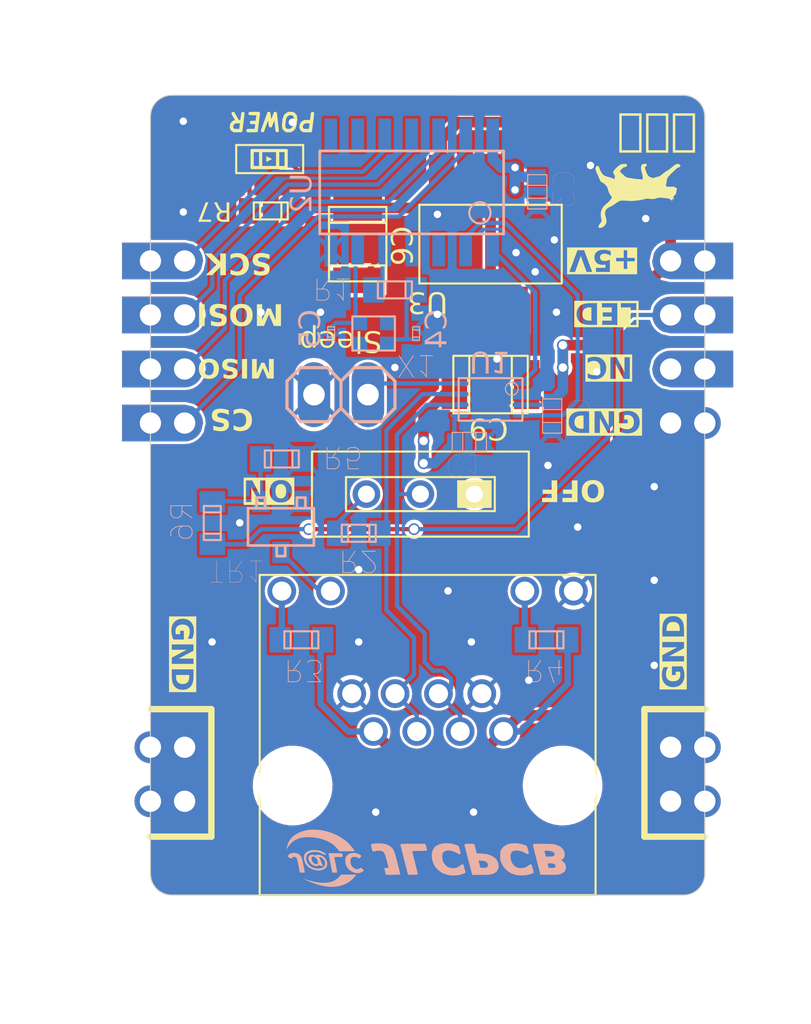
<source format=kicad_pcb>
(kicad_pcb (version 20221018) (generator pcbnew)
  (layers (0 "F.Cu" signal) (31 "B.Cu" signal) (34 "B.Paste" user) (35 "F.Paste" user) (36 "B.SilkS" user "B.Silkscreen") (37 "F.SilkS" user "F.Silkscreen") (38 "B.Mask" user) (39 "F.Mask" user) (44 "Edge.Cuts" user))
  (net 0 "")
  (net 1 "CAN_H")
  (net 2 "CAN_L")
  (net 3 "N$27")
  (net 4 "N$28")
  (net 5 "+3V3")
  (net 6 "N$23")
  (net 7 "MISO")
  (net 8 "MOSI")
  (net 9 "SCK")
  (net 10 "CS")
  (net 11 "N$39")
  (net 12 "N$42")
  (net 13 "+5V")
  (net 14 "N$38")
  (net 15 "N$68")
  (net 16 "SGND")
  (net 17 "N$51")
  (net 18 "N$69")
  (net 19 "N$71")
  (net 20 "N$74")
  (net 21 "COM_LED")
  (net 22 "N$1")
  (footprint "CANFD_module:PINHEAD_2_RASPICO" (layer "F.Cu") (at 137.0711 118.1236 90)
    (fp_text reference "JP5" hide)
    (fp_text value "PINHEAD(2)_RASPICO")
    (pad "PIN1" thru_hole circle (at -1.27 0 90) (size 1.5 1.5) (drill 1) (layers "*.Cu" "*.Mask") (net 16 "SGND"))
    (pad "PIN1_" thru_hole circle (at -1.27 -1.61 90) (size 1.5 1.5) (drill 1) (layers "*.Cu" "*.Mask") (net 16 "SGND"))
    (pad "PIN2" thru_hole circle (at 1.27 0 90) (size 1.5 1.5) (drill 1) (layers "*.Cu" "*.Mask") (net 16 "SGND"))
    (pad "PIN2_" thru_hole circle (at 1.27 -1.61 90) (size 1.5 1.5) (drill 1) (layers "*.Cu" "*.Mask") (net 16 "SGND"))
  )
  (footprint "CANFD_module:3225M" (layer "F.Cu") (at 151.4611 99.8036)
    (fp_text reference "C9" hide)
    (fp_text value "GRM32ER71E226KE15")
    (pad "L" smd rect (at -1.7 0) (size 1.2 2.3) (layers "F.Cu" "F.Paste" "F.Mask") (net 5 "+3V3"))
    (pad "R" smd rect (at 1.7 0) (size 1.2 2.3) (layers "F.Cu" "F.Paste" "F.Mask") (net 16 "SGND"))
  )
  (footprint "CANFD_module:1X04" (layer "F.Cu") (at 159.9311 97.8036 -90)
    (fp_text reference "JP2" hide)
    (fp_text value "PINHEAD(4)_RASPICO")
    (fp_poly (pts (xy -2.9465 0.007155) (xy -3.029718 0.371756) (xy -3.134575 0.538634) (xy -3.271366 0.675425) (xy -3.435167 0.778349) (xy -3.617763 0.842242) (xy -3.813611 0.864309) (xy -4.181756 0.780282) (xy -4.348634 0.675425) (xy -4.485425 0.538634) (xy -4.588349 0.374833) (xy -4.652242 0.192237) (xy -4.6735 0.003566) (xy -4.6735 -2.9435) (xy -2.9465 -2.9435)) (fill solid) (layer "F.Cu"))
    (fp_poly (pts (xy -0.4065 0.007155) (xy -0.489718 0.371756) (xy -0.594575 0.538634) (xy -0.731366 0.675425) (xy -0.895167 0.778349) (xy -1.077763 0.842242) (xy -1.273611 0.864309) (xy -1.641756 0.780282) (xy -1.808634 0.675425) (xy -1.945425 0.538634) (xy -2.048349 0.374833) (xy -2.112242 0.192237) (xy -2.1335 0.003566) (xy -2.1335 -2.9435) (xy -0.4065 -2.9435)) (fill solid) (layer "F.Cu"))
    (fp_poly (pts (xy 2.1335 0.007155) (xy 2.050282 0.371756) (xy 1.945425 0.538634) (xy 1.808634 0.675425) (xy 1.644833 0.778349) (xy 1.462237 0.842242) (xy 1.266389 0.864309) (xy 0.898244 0.780282) (xy 0.731366 0.675425) (xy 0.594575 0.538634) (xy 0.491651 0.374833) (xy 0.427758 0.192237) (xy 0.4065 0.003566) (xy 0.4065 -2.9435) (xy 2.1335 -2.9435)) (fill solid) (layer "F.Cu"))
    (fp_poly (pts (xy -2.9465 0.007155) (xy -3.029718 0.371756) (xy -3.134575 0.538634) (xy -3.271366 0.675425) (xy -3.435167 0.778349) (xy -3.617763 0.842242) (xy -3.813611 0.864309) (xy -4.181756 0.780282) (xy -4.348634 0.675425) (xy -4.485425 0.538634) (xy -4.588349 0.374833) (xy -4.652242 0.192237) (xy -4.6735 0.003566) (xy -4.6735 -2.9435) (xy -2.9465 -2.9435)) (fill solid) (layer "B.Cu"))
    (fp_poly (pts (xy -0.4065 0.007155) (xy -0.489718 0.371756) (xy -0.594575 0.538634) (xy -0.731366 0.675425) (xy -0.895167 0.778349) (xy -1.077763 0.842242) (xy -1.273611 0.864309) (xy -1.641756 0.780282) (xy -1.808634 0.675425) (xy -1.945425 0.538634) (xy -2.048349 0.374833) (xy -2.112242 0.192237) (xy -2.1335 0.003566) (xy -2.1335 -2.9435) (xy -0.4065 -2.9435)) (fill solid) (layer "B.Cu"))
    (fp_poly (pts (xy 2.1335 0.007155) (xy 2.050282 0.371756) (xy 1.945425 0.538634) (xy 1.808634 0.675425) (xy 1.644833 0.778349) (xy 1.462237 0.842242) (xy 1.266389 0.864309) (xy 0.898244 0.780282) (xy 0.731366 0.675425) (xy 0.594575 0.538634) (xy 0.491651 0.374833) (xy 0.427758 0.192237) (xy 0.4065 0.003566) (xy 0.4065 -2.9435) (xy 2.1335 -2.9435)) (fill solid) (layer "B.Cu"))
    (pad "PIN1" thru_hole circle (at -3.81 0 270) (size 1.5 1.5) (drill 1) (layers "*.Cu" "*.Mask") (net 13 "+5V"))
    (pad "PIN1_" thru_hole circle (at -3.81 -1.61 270) (size 1.5 1.5) (drill 1) (layers "*.Cu" "*.Mask") (net 13 "+5V"))
    (pad "PIN2" thru_hole circle (at -1.27 0 270) (size 1.5 1.5) (drill 1) (layers "*.Cu" "*.Mask") (net 21 "COM_LED"))
    (pad "PIN2_" thru_hole circle (at -1.27 -1.61 270) (size 1.5 1.5) (drill 1) (layers "*.Cu" "*.Mask") (net 21 "COM_LED"))
    (pad "PIN3" thru_hole circle (at 1.27 0 270) (size 1.5 1.5) (drill 1) (layers "*.Cu" "*.Mask"))
    (pad "PIN3_" thru_hole circle (at 1.27 -1.61 270) (size 1.5 1.5) (drill 1) (layers "*.Cu" "*.Mask"))
    (pad "PIN4" thru_hole circle (at 3.81 0 270) (size 1.5 1.5) (drill 1) (layers "*.Cu" "*.Mask") (net 16 "SGND"))
    (pad "PIN4_" thru_hole circle (at 3.81 -1.61 270) (size 1.5 1.5) (drill 1) (layers "*.Cu" "*.Mask") (net 16 "SGND"))
  )
  (footprint "CANFD_module:AZ1117C" (layer "F.Cu") (at 151.4611 93.2036 180)
    (fp_text reference "U3" hide)
    (fp_text value "AZ1117CH-3.3TRG1" hide)
    (pad "GND" smd rect (at -2.3 3.1 180) (size 1.2 2.2) (layers "F.Cu" "F.Paste" "F.Mask") (net 16 "SGND"))
    (pad "INPUT" smd rect (at 2.3 3.1 180) (size 1.2 2.2) (layers "F.Cu" "F.Paste" "F.Mask") (net 13 "+5V"))
    (pad "OUTPUT" smd rect (at 0 3.1 180) (size 1.2 2.2) (layers "F.Cu" "F.Paste" "F.Mask") (net 5 "+3V3"))
    (pad "VOUT" smd rect (at 0 -3.1 180) (size 3.5 2.2) (layers "F.Cu" "F.Paste" "F.Mask") (net 5 "+3V3"))
  )
  (footprint "CANFD_module:CR0603" (layer "F.Cu") (at 141.1224 91.6432)
    (fp_text reference "R7" hide)
    (fp_text value "150")
    (pad "LEFT" smd rect (at -1 0) (size 1 1.2) (layers "F.Cu" "F.Paste" "F.Mask") (net 22 "N$1"))
    (pad "RIGHT" smd rect (at 1 0) (size 1 1.2) (layers "F.Cu" "F.Paste" "F.Mask") (net 13 "+5V"))
  )
  (footprint "CANFD_module:1X04" (layer "F.Cu") (at 137.0711 97.8036 90)
    (fp_text reference "JP3" hide)
    (fp_text value "PINHEAD(4)_RASPICO")
    (fp_poly (pts (xy -2.9465 0.007155) (xy -3.029718 0.371756) (xy -3.134575 0.538634) (xy -3.271366 0.675425) (xy -3.435167 0.778349) (xy -3.617763 0.842242) (xy -3.813611 0.864309) (xy -4.181756 0.780282) (xy -4.348634 0.675425) (xy -4.485425 0.538634) (xy -4.588349 0.374833) (xy -4.652242 0.192237) (xy -4.6735 0.003566) (xy -4.6735 -2.9435) (xy -2.9465 -2.9435)) (fill solid) (layer "F.Cu"))
    (fp_poly (pts (xy -0.4065 0.007155) (xy -0.489718 0.371756) (xy -0.594575 0.538634) (xy -0.731366 0.675425) (xy -0.895167 0.778349) (xy -1.077763 0.842242) (xy -1.273611 0.864309) (xy -1.641756 0.780282) (xy -1.808634 0.675425) (xy -1.945425 0.538634) (xy -2.048349 0.374833) (xy -2.112242 0.192237) (xy -2.1335 0.003566) (xy -2.1335 -2.9435) (xy -0.4065 -2.9435)) (fill solid) (layer "F.Cu"))
    (fp_poly (pts (xy 2.1335 0.007155) (xy 2.050282 0.371756) (xy 1.945425 0.538634) (xy 1.808634 0.675425) (xy 1.644833 0.778349) (xy 1.462237 0.842242) (xy 1.266389 0.864309) (xy 0.898244 0.780282) (xy 0.731366 0.675425) (xy 0.594575 0.538634) (xy 0.491651 0.374833) (xy 0.427758 0.192237) (xy 0.4065 0.003566) (xy 0.4065 -2.9435) (xy 2.1335 -2.9435)) (fill solid) (layer "F.Cu"))
    (fp_poly (pts (xy 4.6735 0.007155) (xy 4.590282 0.371756) (xy 4.485425 0.538634) (xy 4.348634 0.675425) (xy 4.184833 0.778349) (xy 4.002237 0.842242) (xy 3.806389 0.864309) (xy 3.438244 0.780282) (xy 3.271366 0.675425) (xy 3.134575 0.538634) (xy 3.031651 0.374833) (xy 2.967758 0.192237) (xy 2.9465 0.003566) (xy 2.9465 -2.9435) (xy 4.6735 -2.9435)) (fill solid) (layer "F.Cu"))
    (fp_poly (pts (xy -2.9465 0.007155) (xy -3.029718 0.371756) (xy -3.134575 0.538634) (xy -3.271366 0.675425) (xy -3.435167 0.778349) (xy -3.617763 0.842242) (xy -3.813611 0.864309) (xy -4.181756 0.780282) (xy -4.348634 0.675425) (xy -4.485425 0.538634) (xy -4.588349 0.374833) (xy -4.652242 0.192237) (xy -4.6735 0.003566) (xy -4.6735 -2.9435) (xy -2.9465 -2.9435)) (fill solid) (layer "B.Cu"))
    (fp_poly (pts (xy -0.4065 0.007155) (xy -0.489718 0.371756) (xy -0.594575 0.538634) (xy -0.731366 0.675425) (xy -0.895167 0.778349) (xy -1.077763 0.842242) (xy -1.273611 0.864309) (xy -1.641756 0.780282) (xy -1.808634 0.675425) (xy -1.945425 0.538634) (xy -2.048349 0.374833) (xy -2.112242 0.192237) (xy -2.1335 0.003566) (xy -2.1335 -2.9435) (xy -0.4065 -2.9435)) (fill solid) (layer "B.Cu"))
    (fp_poly (pts (xy 2.1335 0.007155) (xy 2.050282 0.371756) (xy 1.945425 0.538634) (xy 1.808634 0.675425) (xy 1.644833 0.778349) (xy 1.462237 0.842242) (xy 1.266389 0.864309) (xy 0.898244 0.780282) (xy 0.731366 0.675425) (xy 0.594575 0.538634) (xy 0.491651 0.374833) (xy 0.427758 0.192237) (xy 0.4065 0.003566) (xy 0.4065 -2.9435) (xy 2.1335 -2.9435)) (fill solid) (layer "B.Cu"))
    (fp_poly (pts (xy 4.6735 0.007155) (xy 4.590282 0.371756) (xy 4.485425 0.538634) (xy 4.348634 0.675425) (xy 4.184833 0.778349) (xy 4.002237 0.842242) (xy 3.806389 0.864309) (xy 3.438244 0.780282) (xy 3.271366 0.675425) (xy 3.134575 0.538634) (xy 3.031651 0.374833) (xy 2.967758 0.192237) (xy 2.9465 0.003566) (xy 2.9465 -2.9435) (xy 4.6735 -2.9435)) (fill solid) (layer "B.Cu"))
    (pad "PIN1" thru_hole circle (at -3.81 0 90) (size 1.5 1.5) (drill 1) (layers "*.Cu" "*.Mask") (net 10 "CS"))
    (pad "PIN1_" thru_hole circle (at -3.81 -1.61 90) (size 1.5 1.5) (drill 1) (layers "*.Cu" "*.Mask") (net 10 "CS"))
    (pad "PIN2" thru_hole circle (at -1.27 0 90) (size 1.5 1.5) (drill 1) (layers "*.Cu" "*.Mask") (net 7 "MISO"))
    (pad "PIN2_" thru_hole circle (at -1.27 -1.61 90) (size 1.5 1.5) (drill 1) (layers "*.Cu" "*.Mask") (net 7 "MISO"))
    (pad "PIN3" thru_hole circle (at 1.27 0 90) (size 1.5 1.5) (drill 1) (layers "*.Cu" "*.Mask") (net 8 "MOSI"))
    (pad "PIN3_" thru_hole circle (at 1.27 -1.61 90) (size 1.5 1.5) (drill 1) (layers "*.Cu" "*.Mask") (net 8 "MOSI"))
    (pad "PIN4" thru_hole circle (at 3.81 0 90) (size 1.5 1.5) (drill 1) (layers "*.Cu" "*.Mask") (net 9 "SCK"))
    (pad "PIN4_" thru_hole circle (at 3.81 -1.61 90) (size 1.5 1.5) (drill 1) (layers "*.Cu" "*.Mask") (net 9 "SCK"))
  )
  (footprint "CANFD_module:SS-12SDP2" (layer "F.Cu") (at 148.1611 104.9536 180)
    (fp_text reference "SW1" hide)
    (fp_text value "SS-12SDP2")
    (pad "C" thru_hole circle (at 0 0 180) (size 1.3 1.3) (drill 0.8) (layers "*.Cu" "*.Mask") (net 2 "CAN_L"))
    (pad "L" thru_hole circle (at -2.54 0 180) (size 1.3 1.3) (drill 0.8) (layers "*.Cu" "*.Mask"))
    (pad "R" thru_hole circle (at 2.54 0 180) (size 1.3 1.3) (drill 0.8) (layers "*.Cu" "*.Mask") (net 6 "N$23"))
  )
  (footprint "CANFD_module:MTJ-88ARX1-LH" (layer "F.Cu") (at 142.1511 118.6536)
    (fp_text reference "RJ45_1" hide)
    (fp_text value "MTJ-88ARX1-LH" hide)
    (pad "" np_thru_hole circle (at 0 0) (size 3.25 3.25) (drill 3.25) (layers "*.Cu" "*.Mask"))
    (pad "" np_thru_hole circle (at 12.7 0) (size 3.25 3.25) (drill 3.25) (layers "*.Cu" "*.Mask"))
    (pad "1" thru_hole circle (at 9.92 -2.54) (size 1.35 1.35) (drill 0.9) (layers "*.Cu" "*.Mask") (net 13 "+5V"))
    (pad "2" thru_hole circle (at 8.9 -4.32) (size 1.35 1.35) (drill 0.9) (layers "*.Cu" "*.Mask") (net 16 "SGND"))
    (pad "3" thru_hole circle (at 7.88 -2.54) (size 1.35 1.35) (drill 0.9) (layers "*.Cu" "*.Mask") (net 2 "CAN_L"))
    (pad "4" thru_hole circle (at 6.86 -4.32) (size 1.35 1.35) (drill 0.9) (layers "*.Cu" "*.Mask") (net 2 "CAN_L"))
    (pad "5" thru_hole circle (at 5.84 -2.54) (size 1.35 1.35) (drill 0.9) (layers "*.Cu" "*.Mask") (net 1 "CAN_H"))
    (pad "6" thru_hole circle (at 4.82 -4.32) (size 1.35 1.35) (drill 0.9) (layers "*.Cu" "*.Mask") (net 1 "CAN_H"))
    (pad "7" thru_hole circle (at 3.8 -2.54) (size 1.35 1.35) (drill 0.9) (layers "*.Cu" "*.Mask") (net 13 "+5V"))
    (pad "8" thru_hole circle (at 2.78 -4.32) (size 1.35 1.35) (drill 0.9) (layers "*.Cu" "*.Mask") (net 16 "SGND"))
    (pad "LED1_A" thru_hole circle (at -0.51 -9.14) (size 1.35 1.35) (drill 0.9) (layers "*.Cu" "*.Mask") (net 18 "N$69"))
    (pad "LED1_K" thru_hole circle (at 1.78 -9.14) (size 1.35 1.35) (drill 0.9) (layers "*.Cu" "*.Mask") (net 19 "N$71"))
    (pad "LED2_A" thru_hole circle (at 10.92 -9.14) (size 1.35 1.35) (drill 0.9) (layers "*.Cu" "*.Mask") (net 17 "N$51"))
    (pad "LED2_K" thru_hole circle (at 13.21 -9.14) (size 1.35 1.35) (drill 0.9) (layers "*.Cu" "*.Mask") (net 16 "SGND"))
  )
  (footprint "CANFD_module:hinyata" (layer "F.Cu") (at 158.3944 90.932 180)
    (fp_text reference "G***" hide)
    (fp_text value "LOGO" hide)
  )
  (footprint "CANFD_module:PINHEAD_2_RASPICO" (layer "F.Cu") (at 159.9311 118.1236 -90)
    (fp_text reference "JP4" hide)
    (fp_text value "PINHEAD(2)_RASPICO")
    (pad "PIN1" thru_hole circle (at -1.27 0 270) (size 1.5 1.5) (drill 1) (layers "*.Cu" "*.Mask") (net 16 "SGND"))
    (pad "PIN1_" thru_hole circle (at -1.27 -1.61 270) (size 1.5 1.5) (drill 1) (layers "*.Cu" "*.Mask") (net 16 "SGND"))
    (pad "PIN2" thru_hole circle (at 1.27 0 270) (size 1.5 1.5) (drill 1) (layers "*.Cu" "*.Mask" "Eco1.User") (net 16 "SGND"))
    (pad "PIN2_" thru_hole circle (at 1.27 -1.61 270) (size 1.5 1.5) (drill 1) (layers "*.Cu" "*.Mask") (net 16 "SGND"))
  )
  (footprint "CANFD_module:SML-E12V8WT86" (layer "F.Cu") (at 141.8711 89.2048 90)
    (fp_text reference "POWER" (at 1.778 -2.7807 180 unlocked) (layer "F.SilkS" knockout) (effects (font (size 0.8 0.8) (thickness 0.16) bold italic) (justify right)))
    (fp_text value "SML-E12V8WT86" hide)
    (pad "A" smd rect (at 0 -1.65 90) (size 0.8 0.8) (layers "F.Cu" "F.Paste" "F.Mask") (net 22 "N$1"))
    (pad "K" smd rect (at 0 0 90) (size 0.8 0.8) (layers "F.Cu" "F.Paste" "F.Mask") (net 16 "SGND"))
  )
  (footprint "CANFD_module:3225M" (layer "F.Cu") (at 145.2111 93.2036 -90)
    (fp_text reference "C6" hide)
    (fp_text value "GRM32ER71E226KE15" hide)
    (pad "L" smd rect (at -1.7 0 270) (size 1.2 2.3) (layers "F.Cu" "F.Paste" "F.Mask") (net 13 "+5V"))
    (pad "R" smd rect (at 1.7 0 270) (size 1.2 2.3) (layers "F.Cu" "F.Paste" "F.Mask") (net 16 "SGND"))
  )
  (footprint "CANFD_module:CR0603" (layer "B.Cu") (at 141.6411 103.3036 180)
    (fp_text reference "R5" hide)
    (fp_text value "R5" (at -1.8689 0.078 180 unlocked) (layer "B.SilkS") (effects (font (thickness 0.0368)) (justify left mirror)))
    (pad "LEFT" smd rect (at -1 0 180) (size 1 1.2) (layers "B.Cu" "B.Paste" "B.Mask") (net 16 "SGND"))
    (pad "RIGHT" smd rect (at 1 0 180) (size 1 1.2) (layers "B.Cu" "B.Paste" "B.Mask") (net 20 "N$74"))
  )
  (footprint "CANFD_module:MCP2558FD" (layer "B.Cu") (at 151.4611 100.5036 -90)
    (fp_text reference "U$1" hide)
    (fp_text value "MCP2558FD" hide)
    (pad "CANH" smd roundrect (at -0.25 1.45 270) (size 0.25 0.85) (layers "B.Cu" "B.Paste" "B.Mask") (roundrect_rratio 0.5) (net 1 "CAN_H"))
    (pad "CANL" smd roundrect (at 0.25 1.45 270) (size 0.25 0.85) (layers "B.Cu" "B.Paste" "B.Mask") (roundrect_rratio 0.5) (net 2 "CAN_L"))
    (pad "EP" smd rect (at 0 0 270) (size 1.65 1.8) (layers "B.Cu" "B.Paste" "B.Mask") (net 16 "SGND"))
    (pad "RXD" smd roundrect (at 0.75 -1.45 270) (size 0.25 0.85) (layers "B.Cu" "B.Paste" "B.Mask") (roundrect_rratio 0.5) (net 4 "N$28"))
    (pad "S" smd roundrect (at -0.75 1.45 270) (size 0.25 0.85) (layers "B.Cu" "B.Paste" "B.Mask") (roundrect_rratio 0.5) (net 15 "N$68"))
    (pad "TXD" smd roundrect (at -0.75 -1.45 270) (size 0.25 0.85) (layers "B.Cu" "B.Paste" "B.Mask") (roundrect_rratio 0.5) (net 3 "N$27"))
    (pad "VDD" smd roundrect (at 0.25 -1.45 270) (size 0.25 0.85) (layers "B.Cu" "B.Paste" "B.Mask") (roundrect_rratio 0.5) (net 13 "+5V"))
    (pad "VIO" smd roundrect (at 0.75 1.45 270) (size 0.25 0.85) (layers "B.Cu" "B.Paste" "B.Mask") (roundrect_rratio 0.5) (net 5 "+3V3"))
    (pad "VSS" smd roundrect (at -0.25 -1.45 270) (size 0.25 0.85) (layers "B.Cu" "B.Paste" "B.Mask") (roundrect_rratio 0.5) (net 16 "SGND"))
  )
  (footprint "CANFD_module:CR0603" (layer "B.Cu") (at 138.3711 106.3136 -90)
    (fp_text reference "R6" hide)
    (fp_text value "R6" (at 0.9252 1.4143 90 unlocked) (layer "B.SilkS") (effects (font (thickness 0.0368)) (justify right mirror)))
    (pad "LEFT" smd rect (at -1 0 270) (size 1 1.2) (layers "B.Cu" "B.Paste" "B.Mask") (net 20 "N$74"))
    (pad "RIGHT" smd rect (at 1 0 270) (size 1 1.2) (layers "B.Cu" "B.Paste" "B.Mask") (net 21 "COM_LED"))
  )
  (footprint "CANFD_module:GRM0335C1H120GA01" (layer "B.Cu") (at 143.9611 97.4036 -90)
    (fp_text reference "C5" hide)
    (fp_text value "GRM0335C1H6R0BA01D" hide)
    (pad "1" smd rect (at -0.275 0 270) (size 0.25 0.3) (layers "B.Cu" "B.Paste" "B.Mask") (net 11 "N$39"))
    (pad "2" smd rect (at 0.275 0 270) (size 0.25 0.3) (layers "B.Cu" "B.Paste" "B.Mask") (net 16 "SGND"))
  )
  (footprint "CANFD_module:MCP2517FD" (layer "B.Cu") (at 151.5611 93.4736 180)
    (fp_text reference "U2" hide)
    (fp_text value "MCP2517FD" hide)
    (pad "CLKO/SOF" smd rect (at 2.54 0 180) (size 0.6 1.55) (layers "B.Cu" "B.Paste" "B.Mask"))
    (pad "INT" smd rect (at 3.81 0 180) (size 0.6 1.55) (layers "B.Cu" "B.Paste" "B.Mask"))
    (pad "INT0/GPIO0" smd rect (at 6.35 5.4 180) (size 0.6 1.55) (layers "B.Cu" "B.Paste" "B.Mask"))
    (pad "INT1/GPIO1" smd rect (at 7.62 5.4 180) (size 0.6 1.55) (layers "B.Cu" "B.Paste" "B.Mask"))
    (pad "NCS" smd rect (at 1.27 5.4 180) (size 0.6 1.55) (layers "B.Cu" "B.Paste" "B.Mask") (net 10 "CS"))
    (pad "OSC1" smd rect (at 6.35 0 180) (size 0.6 1.55) (layers "B.Cu" "B.Paste" "B.Mask") (net 11 "N$39"))
    (pad "OSC2" smd rect (at 5.08 0 180) (size 0.6 1.55) (layers "B.Cu" "B.Paste" "B.Mask") (net 14 "N$38"))
    (pad "RXCAN" smd rect (at 1.27 0 180) (size 0.6 1.55) (layers "B.Cu" "B.Paste" "B.Mask") (net 4 "N$28"))
    (pad "SCK" smd rect (at 5.08 5.4 180) (size 0.6 1.55) (layers "B.Cu" "B.Paste" "B.Mask") (net 9 "SCK"))
    (pad "SDI" smd rect (at 3.81 5.4 180) (size 0.6 1.55) (layers "B.Cu" "B.Paste" "B.Mask") (net 8 "MOSI"))
    (pad "SDO" smd rect (at 2.54 5.4 180) (size 0.6 1.55) (layers "B.Cu" "B.Paste" "B.Mask") (net 7 "MISO"))
    (pad "TXCAN" smd rect (at 0 0 180) (size 0.6 1.55) (layers "B.Cu" "B.Paste" "B.Mask") (net 3 "N$27"))
    (pad "VDD" smd rect (at 0 5.4 180) (size 0.6 1.55) (layers "B.Cu" "B.Paste" "B.Mask") (net 5 "+3V3"))
    (pad "VSS" smd rect (at 7.62 0 180) (size 0.6 1.55) (layers "B.Cu" "B.Paste" "B.Mask") (net 16 "SGND"))
  )
  (footprint "CANFD_module:GCM188L81H104KA57" (layer "B.Cu") (at 150.4611 102.5036)
    (fp_text reference "C1" (at 0.7705 1.0776 180 unlocked) (layer "B.SilkS") (effects (font (thickness 0.00736)) (justify right mirror)))
    (fp_text value "GCM188L81H104KA57" hide)
    (pad "P$1" smd rect (at -0.7 0) (size 0.7 0.8) (layers "B.Cu" "B.Paste" "B.Mask") (net 5 "+3V3"))
    (pad "P$2" smd rect (at 0.7 0) (size 0.7 0.8) (layers "B.Cu" "B.Paste" "B.Mask") (net 16 "SGND"))
  )
  (footprint "CANFD_module:2SC3325" (layer "B.Cu") (at 142.5511 105.2936 -90)
    (fp_text reference "TR1" (at 3.266 1.6319 180 unlocked) (layer "B.SilkS") (effects (font (thickness 0.018694)) (justify right mirror)))
    (fp_text value "2SC3325" hide)
    (pad "B" smd rect (at 0 1.9 270) (size 1 0.8) (layers "B.Cu" "B.Paste" "B.Mask") (net 20 "N$74"))
    (pad "C" smd rect (at 2.4 0.95 270) (size 1 0.8) (layers "B.Cu" "B.Paste" "B.Mask") (net 19 "N$71"))
    (pad "E" smd rect (at 0 0 270) (size 1 0.8) (layers "B.Cu" "B.Paste" "B.Mask") (net 16 "SGND"))
  )
  (footprint "CANFD_module:1X02" (layer "B.Cu") (at 144.4244 100.2792)
    (fp_text reference "JP1" hide)
    (fp_text value "")
    (pad "1" thru_hole oval (at -1.27 0 270) (size 3.048 1.524) (drill 1.016) (layers "*.Cu" "*.Mask") (net 16 "SGND"))
    (pad "2" thru_hole oval (at 1.27 0 270) (size 3.048 1.524) (drill 1.016) (layers "*.Cu" "*.Mask") (net 15 "N$68"))
  )
  (footprint "CANFD_module:CR0603" (layer "B.Cu") (at 146.9611 95.3536)
    (fp_text reference "R1" hide)
    (fp_text value "R1" (at -1.9271 -0.0528 180 unlocked) (layer "B.SilkS") (effects (font (thickness 0.0368)) (justify right mirror)))
    (pad "LEFT" smd rect (at -1 0) (size 1 1.2) (layers "B.Cu" "B.Paste" "B.Mask") (net 14 "N$38"))
    (pad "RIGHT" smd rect (at 1 0) (size 1 1.2) (layers "B.Cu" "B.Paste" "B.Mask") (net 12 "N$42"))
  )
  (footprint "CANFD_module:CR0603" (layer "B.Cu") (at 142.5611 111.8036 180)
    (fp_text reference "R3" hide)
    (fp_text value "R3" (at 0.8799 -1.4296 180 unlocked) (layer "B.SilkS") (effects (font (thickness 0.0368)) (justify left mirror)))
    (pad "LEFT" smd rect (at -1 0 180) (size 1 1.2) (layers "B.Cu" "B.Paste" "B.Mask") (net 13 "+5V"))
    (pad "RIGHT" smd rect (at 1 0 180) (size 1 1.2) (layers "B.Cu" "B.Paste" "B.Mask") (net 18 "N$69"))
  )
  (footprint "CANFD_module:XRCGB40M000F4M00R0" (layer "B.Cu") (at 145.9611 97.4036)
    (fp_text reference "X1" (at 2.9845 1.504 180 unlocked) (layer "B.SilkS") (effects (font (thickness 0.0368)) (justify right mirror)))
    (fp_text value "XRCGB40M000F4M01R0" hide)
    (pad "1" smd rect (at -0.675 -0.5) (size 0.75 0.7) (layers "B.Cu" "B.Paste" "B.Mask") (net 11 "N$39"))
    (pad "2" smd rect (at 0.675 0.5) (size 0.75 0.7) (layers "B.Cu" "B.Paste" "B.Mask") (net 12 "N$42"))
    (pad "NC1" smd rect (at -0.675 0.5) (size 0.75 0.7) (layers "B.Cu" "B.Paste" "B.Mask"))
    (pad "NC2" smd rect (at 0.675 -0.5) (size 0.75 0.7) (layers "B.Cu" "B.Paste" "B.Mask"))
  )
  (footprint "CANFD_module:CR0603" (layer "B.Cu") (at 154.0911 111.8036)
    (fp_text reference "R4" hide)
    (fp_text value "R4" (at 0.8997 1.4296 180 unlocked) (layer "B.SilkS") (effects (font (thickness 0.0368)) (justify right mirror)))
    (pad "LEFT" smd rect (at -1 0) (size 1 1.2) (layers "B.Cu" "B.Paste" "B.Mask") (net 17 "N$51"))
    (pad "RIGHT" smd rect (at 1 0) (size 1 1.2) (layers "B.Cu" "B.Paste" "B.Mask") (net 13 "+5V"))
  )
  (footprint "CANFD_module:JLCPCB" (layer "B.Cu") (at 148.506618 121.503867)
    (fp_text reference "G***" hide)
    (fp_text value "LOGO" hide)
  )
  (footprint "CANFD_module:GRM0335C1H120GA01" (layer "B.Cu") (at 147.9611 97.4036 90)
    (fp_text reference "C4" hide)
    (fp_text value "GRM0335C1H6R0BA01D" hide)
    (pad "1" smd rect (at -0.275 0 90) (size 0.25 0.3) (layers "B.Cu" "B.Paste" "B.Mask") (net 12 "N$42"))
    (pad "2" smd rect (at 0.275 0 90) (size 0.25 0.3) (layers "B.Cu" "B.Paste" "B.Mask") (net 16 "SGND"))
  )
  (footprint "CANFD_module:GCM188L81H104KA57" (layer "B.Cu") (at 153.6611 90.7436 -90)
    (fp_text reference "C3" (at 0.8488 -1.2789 90) (layer "B.SilkS") (effects (font (thickness 0.00736)) (justify right mirror)))
    (fp_text value "GCM188L81H104KA57" hide)
    (pad "P$1" smd rect (at -0.7 0 270) (size 0.7 0.8) (layers "B.Cu" "B.Paste" "B.Mask") (net 5 "+3V3"))
    (pad "P$2" smd rect (at 0.7 0 270) (size 0.7 0.8) (layers "B.Cu" "B.Paste" "B.Mask") (net 16 "SGND"))
  )
  (footprint "CANFD_module:CR0603" (layer "B.Cu") (at 145.2611 106.7936)
    (fp_text reference "R2" hide)
    (fp_text value "R2" (at 0.9921 1.3088 180 unlocked) (layer "B.SilkS") (effects (font (thickness 0.0368)) (justify right mirror)))
    (pad "LEFT" smd rect (at -1 0) (size 1 1.2) (layers "B.Cu" "B.Paste" "B.Mask") (net 6 "N$23"))
    (pad "RIGHT" smd rect (at 1 0) (size 1 1.2) (layers "B.Cu" "B.Paste" "B.Mask") (net 1 "CAN_H"))
  )
  (footprint "CANFD_module:GCM188L81H104KA57" (layer "B.Cu") (at 154.3611 101.2836 -90)
    (fp_text reference "C2" (at 1.0276 -1.2901 90 unlocked) (layer "B.SilkS") (effects (font (thickness 0.00736)) (justify right mirror)))
    (fp_text value "GCM188L81H104KA57" hide)
    (pad "P$1" smd rect (at -0.7 0 270) (size 0.7 0.8) (layers "B.Cu" "B.Paste" "B.Mask") (net 13 "+5V"))
    (pad "P$2" smd rect (at 0.7 0 270) (size 0.7 0.8) (layers "B.Cu" "B.Paste" "B.Mask") (net 16 "SGND"))
  )
  (gr_line (start 138.3284 115.062) (end 135.4836 115.062) (stroke (width 0.3)) (layer "F.SilkS"))
  (gr_line (start 135.4328 121.0564) (end 138.3284 121.0564) (stroke (width 0.3)) (layer "F.SilkS"))
  (gr_line (start 139.4968 88.5444) (end 139.4968 89.8652) (stroke (width 0.1)) (layer "F.SilkS"))
  (gr_line (start 161.5948 115.062) (end 158.6992 115.062) (stroke (width 0.3)) (layer "F.SilkS"))
  (gr_line (start 158.6992 115.062) (end 158.6992 121.0564) (stroke (width 0.3)) (layer "F.SilkS"))
  (gr_line (start 142.6464 89.8652) (end 142.6464 88.5444) (stroke (width 0.1)) (layer "F.SilkS"))
  (gr_line (start 158.6992 121.0564) (end 161.544 121.0564) (stroke (width 0.3)) (layer "F.SilkS"))
  (gr_line (start 139.4968 89.8652) (end 142.6464 89.8652) (stroke (width 0.1)) (layer "F.SilkS"))
  (gr_line (start 142.6464 88.5444) (end 139.4968 88.5444) (stroke (width 0.1)) (layer "F.SilkS"))
  (gr_line (start 138.3284 121.0564) (end 138.3284 115.062) (stroke (width 0.3)) (layer "F.SilkS"))
  (gr_line (start 136.4611 123.8036) (end 160.5411 123.8036) (stroke (width 0.05)) (layer "Edge.Cuts"))
  (gr_line (start 161.5411 122.8036) (end 161.5411 87.2036) (stroke (width 0.05)) (layer "Edge.Cuts"))
  (gr_arc (start 160.5411 86.2036) (mid 161.248207 86.496493) (end 161.5411 87.2036) (stroke (width 0.05)) (layer "Edge.Cuts"))
  (gr_arc (start 135.4611 87.2036) (mid 135.753993 86.496493) (end 136.4611 86.2036) (stroke (width 0.05)) (layer "Edge.Cuts"))
  (gr_arc (start 136.4611 123.8036) (mid 135.753993 123.510707) (end 135.4611 122.8036) (stroke (width 0.05)) (layer "Edge.Cuts"))
  (gr_line (start 160.5411 86.2036) (end 136.4611 86.2036) (stroke (width 0.05)) (layer "Edge.Cuts"))
  (gr_arc (start 161.5411 122.8036) (mid 161.248207 123.510707) (end 160.5411 123.8036) (stroke (width 0.05)) (layer "Edge.Cuts"))
  (gr_line (start 135.4611 87.2036) (end 135.4611 122.8036) (stroke (width 0.05)) (layer "Edge.Cuts"))
  (gr_text "U2" (at 143.2052 89.8652 90) (layer "B.SilkS") (effects (font (size 1 1) (thickness 0.1)) (justify left bottom mirror)))
  (gr_text "U1" (at 150.4696 98.0948 180) (layer "B.SilkS") (effects (font (size 1 1) (thickness 0.1)) (justify left bottom mirror)))
  (gr_text "C4" (at 149.5552 96.266 90) (layer "B.SilkS") (effects (font (size 1 1) (thickness 0.1)) (justify left bottom mirror)))
  (gr_text "C5\n" (at 143.6116 96.266 90) (layer "B.SilkS") (effects (font (size 1 1) (thickness 0.1)) (justify left bottom mirror)))
  (gr_text "U3" (at 149.4536 95.3008 180) (layer "F.SilkS") (effects (font (size 1 1) (thickness 0.1)) (justify left bottom)))
  (gr_text "MISO" (at 141.3764 98.4504 180) (layer "F.SilkS") (effects (font (size 0.9 0.9) (thickness 0.2) bold italic) (justify left bottom)))
  (gr_text "GND" (at 160.7312 114.0968 90) (layer "F.SilkS" knockout) (effects (font (size 1 1) (thickness 0.2) bold italic) (justify left bottom)))
  (gr_text "C6" (at 146.6088 92.3544 270) (layer "F.SilkS") (effects (font (size 1 1) (thickness 0.125)) (justify left bottom)))
  (gr_text "LED" (at 158.4452 95.8088 180) (layer "F.SilkS" knockout) (effects (font (size 1 1) (thickness 0.2) bold italic) (justify left bottom)))
  (gr_text "CS" (at 140.3096 100.7872 180) (layer "F.SilkS") (effects (font (size 1 1) (thickness 0.25) bold italic) (justify left bottom)))
  (gr_text "MOSI" (at 141.732 95.8596 180) (layer "F.SilkS") (effects (font (size 1 1) (thickness 0.2) bold italic) (justify left bottom)))
  (gr_text "GND" (at 158.5468 100.8888 180) (layer "F.SilkS" knockout) (effects (font (size 1 1) (thickness 0.2) bold italic) (justify left bottom)))
  (gr_text "ひなた" (at 161.1884 87.1728 180) (layer "F.SilkS") (effects (font (size 1.5 1.5) (thickness 0.1)) (justify left bottom)))
  (gr_text "OFF" (at 156.8704 104.14 180) (layer "F.SilkS") (effects (font (size 1 1) (thickness 0.2) bold italic) (justify left bottom)))
  (gr_text "GND" (at 136.2964 110.744 -90) (layer "F.SilkS" knockout) (effects (font (size 1 1) (thickness 0.2) bold italic) (justify left bottom)))
  (gr_text "R7" (at 139.2936 91.0844 180) (layer "F.SilkS") (effects (font (size 0.9 0.9) (thickness 0.1)) (justify left bottom)))
  (gr_text "+5V" (at 158.3944 93.3196 180) (layer "F.SilkS" knockout) (effects (font (size 1 1) (thickness 0.2) bold italic) (justify left bottom)))
  (gr_text "ON" (at 142.1892 104.14 180) (layer "F.SilkS" knockout) (effects (font (size 1 1) (thickness 0.2) bold italic) (justify left bottom)))
  (gr_text "NC" (at 158.1404 98.3488 180) (layer "F.SilkS" knockout) (effects (font (size 1 1) (thickness 0.2) bold italic) (justify left bottom)))
  (gr_text "SCK" (at 141.1732 93.472 180) (layer "F.SilkS") (effects (font (size 1 1) (thickness 0.2) bold italic) (justify left bottom)))
  (gr_text "C9" (at 152.2984 101.2444 180) (layer "F.SilkS") (effects (font (size 1 1) (thickness 0.1)) (justify left bottom)))
  (gr_text "Sleep" (at 146.3548 97.1296 180) (layer "F.SilkS") (effects (font (size 1 1) (thickness 0.1)) (justify left bottom)))
  (segment (start 147.8611 111.710713) (end 147.8611 113.4436) (width 0.2) (layer "B.Cu") (net 1))
  (segment (start 146.9711 114.3336) (end 147.9911 115.3536) (width 0.2) (layer "B.Cu") (net 1))
  (segment (start 147.8611 113.4436) (end 146.9711 114.3336) (width 0.2) (layer "B.Cu") (net 1))
  (segment (start 147.9911 115.3536) (end 147.9911 116.1136) (width 0.2) (layer "B.Cu") (net 1))
  (segment (start 146.5511 106.7936) (end 146.5611 106.8036) (width 0.2) (layer "B.Cu") (net 1))
  (segment (start 150.0111 100.2536) (end 148.253987 100.2536) (width 0.2) (layer "B.Cu") (net 1))
  (segment (start 146.5611 101.946488) (end 146.5611 106.8036) (width 0.2) (layer "B.Cu") (net 1))
  (segment (start 146.5611 106.8036) (end 146.5611 110.410713) (width 0.2) (layer "B.Cu") (net 1))
  (segment (start 148.253987 100.2536) (end 146.5611 101.946488) (width 0.2) (layer "B.Cu") (net 1))
  (segment (start 146.5611 110.410713) (end 147.8611 111.710713) (width 0.2) (layer "B.Cu") (net 1))
  (segment (start 146.2611 106.7936) (end 146.5511 106.7936) (width 0.1524) (layer "B.Cu") (net 1))
  (segment (start 148.4611 100.7536) (end 147.0611 102.1536) (width 0.2) (layer "B.Cu") (net 2))
  (segment (start 149.2111 113.2536) (end 149.6111 113.6536) (width 0.2) (layer "B.Cu") (net 2))
  (segment (start 148.1611 104.9536) (end 147.0611 104.9536) (width 0.2) (layer "B.Cu") (net 2))
  (segment (start 148.3611 111.5036) (end 148.3611 112.8536) (width 0.2) (layer "B.Cu") (net 2))
  (segment (start 149.6111 114.0536) (end 149.3311 114.3336) (width 0.2) (layer "B.Cu") (net 2))
  (segment (start 150.0311 115.3536) (end 150.0311 116.1136) (width 0.2) (layer "B.Cu") (net 2))
  (segment (start 147.0611 102.1536) (end 147.0611 104.9536) (width 0.2) (layer "B.Cu") (net 2))
  (segment (start 147.0611 110.2036) (end 148.3611 111.5036) (width 0.2) (layer "B.Cu") (net 2))
  (segment (start 147.0611 104.9536) (end 147.0611 110.2036) (width 0.2) (layer "B.Cu") (net 2))
  (segment (start 148.7611 113.2536) (end 149.2111 113.2536) (width 0.2) (layer "B.Cu") (net 2))
  (segment (start 149.6111 113.6536) (end 149.6111 114.0536) (width 0.2) (layer "B.Cu") (net 2))
  (segment (start 149.3311 114.3336) (end 149.0111 114.3336) (width 0.2) (layer "B.Cu") (net 2))
  (segment (start 148.3611 112.8536) (end 148.7611 113.2536) (width 0.2) (layer "B.Cu") (net 2))
  (segment (start 149.0111 114.3336) (end 150.0311 115.3536) (width 0.2) (layer "B.Cu") (net 2))
  (segment (start 150.0111 100.7536) (end 148.4611 100.7536) (width 0.2) (layer "B.Cu") (net 2))
  (segment (start 152.9111 99.7536) (end 153.5611 99.1036) (width 0.2) (layer "B.Cu") (net 3))
  (segment (start 153.5611 95.4736) (end 153.5611 99.1036) (width 0.2) (layer "B.Cu") (net 3))
  (segment (start 151.5611 93.4736) (end 153.5611 95.4736) (width 0.2) (layer "B.Cu") (net 3))
  (segment (start 155.5611 100.5536) (end 155.5611 95.6036) (width 0.2) (layer "B.Cu") (net 4))
  (segment (start 154.8611 101.2536) (end 155.5611 100.5536) (width 0.2) (layer "B.Cu") (net 4))
  (segment (start 150.2911 93.4736) (end 150.2911 92.8736) (width 0.2) (layer "B.Cu") (net 4))
  (segment (start 155.5611 95.6036) (end 152.1611 92.2036) (width 0.2) (layer "B.Cu") (net 4))
  (segment (start 150.2911 92.8736) (end 150.9611 92.2036) (width 0.2) (layer "B.Cu") (net 4))
  (segment (start 152.9111 101.2536) (end 154.8611 101.2536) (width 0.2) (layer "B.Cu") (net 4))
  (segment (start 150.9611 92.2036) (end 152.1611 92.2036) (width 0.2) (layer "B.Cu") (net 4))
  (segment (start 149.7611 98.0036) (end 151.4611 96.3036) (width 0.5) (layer "F.Cu") (net 5))
  (segment (start 151.4611 90.1036) (end 151.4611 96.3036) (width 0.5) (layer "F.Cu") (net 5))
  (segment (start 149.7611 99.8036) (end 148.3111 101.2536) (width 0.5) (layer "F.Cu") (net 5))
  (segment (start 149.7611 99.8036) (end 149.7611 98.0036) (width 0.5) (layer "F.Cu") (net 5))
  (segment (start 148.3111 101.2536) (end 148.3111 102.4536) (width 0.5) (layer "F.Cu") (net 5))
  (segment (start 148.3111 102.4536) (end 148.3111 103.5036) (width 0.5) (layer "F.Cu") (net 5))
  (via (at 152.6111 90.6536) (size 0.5024) (drill 0.35) (layers "F.Cu" "B.Cu") (net 5))
  (via (at 148.3111 103.5036) (size 0.5524) (drill 0.4) (layers "F.Cu" "B.Cu") (net 5))
  (via (at 148.3111 102.4536) (size 0.5524) (drill 0.4) (layers "F.Cu" "B.Cu") (net 5))
  (via (at 152.6111 89.6036) (size 0.5024) (drill 0.35) (layers "F.Cu" "B.Cu") (net 5))
  (segment (start 149.7611 101.5036) (end 150.0111 101.2536) (width 0.2) (layer "B.Cu") (net 5))
  (segment (start 149.7611 102.5036) (end 149.7611 101.5036) (width 0.2) (layer "B.Cu") (net 5))
  (segment (start 151.9611 89.6036) (end 152.6111 89.6036) (width 0.5) (layer "B.Cu") (net 5))
  (segment (start 148.3111 102.4536) (end 148.3111 103.5036) (width 0.5) (layer "B.Cu") (net 5))
  (segment (start 148.8111 103.5036) (end 149.7611 102.5536) (width 0.5) (layer "B.Cu") (net 5))
  (segment (start 148.3111 103.5036) (end 148.8111 103.5036) (width 0.5) (layer "B.Cu") (net 5))
  (segment (start 153.6611 90.0436) (end 152.6511 90.0436) (width 0.5) (layer "B.Cu") (net 5))
  (segment (start 151.5611 88.0736) (end 151.5611 89.2036) (width 0.5) (layer "B.Cu") (net 5))
  (segment (start 149.7611 102.5036) (end 149.7611 102.5536) (width 0.5) (layer "B.Cu") (net 5))
  (segment (start 152.6111 90.0036) (end 152.6111 90.6536) (width 0.5) (layer "B.Cu") (net 5))
  (segment (start 151.5611 89.2036) (end 151.9611 89.6036) (width 0.5) (layer "B.Cu") (net 5))
  (segment (start 152.6111 89.6036) (end 152.6111 90.0036) (width 0.5) (layer "B.Cu") (net 5))
  (segment (start 152.6511 90.0436) (end 152.6111 90.0036) (width 0.5) (layer "B.Cu") (net 5))
  (segment (start 145.6211 104.9536) (end 144.2611 106.3136) (width 0.2) (layer "B.Cu") (net 6))
  (segment (start 144.2611 106.3136) (end 144.2611 106.7936) (width 0.2) (layer "B.Cu") (net 6))
  (segment (start 146.6611 91.2036) (end 149.0211 88.8436) (width 0.2) (layer "B.Cu") (net 7))
  (segment (start 138.9611 94.9036) (end 142.6611 91.2036) (width 0.2) (layer "B.Cu") (net 7))
  (segment (start 138.9611 97.1836) (end 138.9611 94.9036) (width 0.2) (layer "B.Cu") (net 7))
  (segment (start 137.0711 99.0736) (end 138.9611 97.1836) (width 0.2) (layer "B.Cu") (net 7))
  (segment (start 149.0211 88.8436) (end 149.0211 88.0736) (width 0.2) (layer "B.Cu") (net 7))
  (segment (start 142.6611 91.2036) (end 146.6611 91.2036) (width 0.2) (layer "B.Cu") (net 7))
  (segment (start 146.1611 90.4036) (end 147.7611 88.8036) (width 0.2) (layer "B.Cu") (net 8))
  (segment (start 137.0711 96.5336) (end 138.3711 95.2336) (width 0.2) (layer "B.Cu") (net 8))
  (segment (start 147.7611 88.8036) (end 147.7611 88.0836) (width 0.2) (layer "B.Cu") (net 8))
  (segment (start 141.9011 90.4036) (end 138.3711 93.9336) (width 0.2) (layer "B.Cu") (net 8))
  (segment (start 138.3711 93.9336) (end 138.3711 95.2336) (width 0.2) (layer "B.Cu") (net 8))
  (segment (start 141.9011 90.4036) (end 146.1611 90.4036) (width 0.2) (layer "B.Cu") (net 8))
  (segment (start 147.7611 88.0836) (end 147.7511 88.0736) (width 0.2) (layer "B.Cu") (net 8))
  (segment (start 146.4811 88.7836) (end 146.4811 88.0736) (width 0.2) (layer "B.Cu") (net 9))
  (segment (start 137.0711 93.9936) (end 141.2611 89.8036) (width 0.2) (layer "B.Cu") (net 9))
  (segment (start 145.4611 89.8036) (end 146.4811 88.7836) (width 0.2) (layer "B.Cu") (net 9))
  (segment (start 141.2611 89.8036) (end 145.4611 89.8036) (width 0.2) (layer "B.Cu") (net 9))
  (segment (start 150.2911 88.7736) (end 150.2911 88.0736) (width 0.2) (layer "B.Cu") (net 10))
  (segment (start 139.6611 95.6036) (end 143.3611 91.9036) (width 0.2) (layer "B.Cu") (net 10))
  (segment (start 137.0711 101.6136) (end 139.6611 99.0236) (width 0.2) (layer "B.Cu") (net 10))
  (segment (start 143.3611 91.9036) (end 147.1611 91.9036) (width 0.2) (layer "B.Cu") (net 10))
  (segment (start 147.1611 91.9036) (end 150.2911 88.7736) (width 0.2) (layer "B.Cu") (net 10))
  (segment (start 139.6611 99.0236) (end 139.6611 95.6036) (width 0.2) (layer "B.Cu") (net 10))
  (segment (start 145.2861 96.9036) (end 145.1111 96.7286) (width 0.2) (layer "B.Cu") (net 11))
  (segment (start 145.2861 96.9036) (end 144.1861 96.9036) (width 0.2) (layer "B.Cu") (net 11))
  (segment (start 145.1111 96.7286) (end 145.1111 93.5736) (width 0.2) (layer "B.Cu") (net 11))
  (segment (start 144.1861 96.9036) (end 143.9611 97.1286) (width 0.2) (layer "B.Cu") (net 11))
  (segment (start 145.1111 93.5736) (end 145.2111 93.4736) (width 0.2) (layer "B.Cu") (net 11))
  (segment (start 147.9611 97.6786) (end 147.5111 97.6786) (width 0.2) (layer "B.Cu") (net 12))
  (segment (start 146.6361 97.9036) (end 146.8611 97.6786) (width 0.2) (layer "B.Cu") (net 12))
  (segment (start 147.5111 95.9536) (end 147.5111 97.6786) (width 0.2) (layer "B.Cu") (net 12))
  (segment (start 147.9611 95.5036) (end 147.5111 95.9536) (width 0.2) (layer "B.Cu") (net 12))
  (segment (start 147.9611 95.3536) (end 147.9611 95.5036) (width 0.2) (layer "B.Cu") (net 12))
  (segment (start 146.8611 97.6786) (end 147.5111 97.6786) (width 0.2) (layer "B.Cu") (net 12))
  (segment (start 145.9511 116.1136) (end 147.2911 117.4536) (width 0.5) (layer "F.Cu") (net 13))
  (segment (start 149.9451 87.4696) (end 149.1611 88.2536) (width 0.5) (layer "F.Cu") (net 13))
  (segment (start 147.2911 117.4536) (end 150.7311 117.4536) (width 0.5) (layer "F.Cu") (net 13))
  (segment (start 157.4611 96.4636) (end 157.4611 97.8036) (width 0.5) (layer "F.Cu") (net 13))
  (segment (start 157.4611 97.8036) (end 157.4611 113.8036) (width 0.5) (layer "F.Cu") (net 13))
  (segment (start 142.262 91.5036) (end 142.1224 91.6432) (width 0.5) (layer "F.Cu") (net 13))
  (segment (start 159.9311 89.9396) (end 157.4611 87.4696) (width 0.5) (layer "F.Cu") (net 13))
  (segment (start 159.9311 93.9936) (end 157.4611 96.4636) (width 0.5) (layer "F.Cu") (net 13))
  (segment (start 147.7611 91.5036) (end 145.2111 91.5036) (width 0.5) (layer "F.Cu") (net 13))
  (segment (start 149.1611 88.2536) (end 149.1611 90.1036) (width 0.5) (layer "F.Cu") (net 13))
  (segment (start 154.8611 97.9536) (end 157.3111 97.9536) (width 0.5) (layer "F.Cu") (net 13))
  (segment (start 145.2111 91.5036) (end 142.262 91.5036) (width 0.5) (layer "F.Cu") (net 13))
  (segment (start 152.8311 115.3536) (end 152.0711 116.1136) (width 0.5) (layer "F.Cu") (net 13))
  (segment (start 157.3111 97.9536) (end 157.4611 97.8036) (width 0.5) (layer "F.Cu") (net 13))
  (segment (start 157.4611 87.4696) (end 149.9451 87.4696) (width 0.5) (layer "F.Cu") (net 13))
  (segment (start 149.1611 90.1036) (end 147.7611 91.5036) (width 0.5) (layer "F.Cu") (net 13))
  (segment (start 159.9311 93.9936) (end 159.9311 89.9396) (width 0.5) (layer "F.Cu") (net 13))
  (segment (start 154.8611 97.9536) (end 154.8611 99.0036) (width 0.5) (layer "F.Cu") (net 13))
  (segment (start 155.9111 115.3536) (end 152.8311 115.3536) (width 0.5) (layer "F.Cu") (net 13))
  (segment (start 157.4611 113.8036) (end 155.9111 115.3536) (width 0.5) (layer "F.Cu") (net 13))
  (segment (start 150.7311 117.4536) (end 152.0711 116.1136) (width 0.5) (layer "F.Cu") (net 13))
  (via (at 154.8611 99.0036) (size 0.5524) (drill 0.4) (layers "F.Cu" "B.Cu") (net 13))
  (via (at 154.8611 97.9536) (size 0.5524) (drill 0.4) (layers "F.Cu" "B.Cu") (net 13))
  (segment (start 152.9111 100.7536) (end 154.1911 100.7536) (width 0.2) (layer "B.Cu") (net 13))
  (segment (start 144.7711 116.1136) (end 145.9511 116.1136) (width 0.3) (layer "B.Cu") (net 13))
  (segment (start 154.8611 99.0036) (end 154.8611 100.0836) (width 0.5) (layer "B.Cu") (net 13))
  (segment (start 152.0711 116.1136) (end 152.8511 116.1136) (width 0.3) (layer "B.Cu") (net 13))
  (segment (start 154.1911 100.7536) (end 154.3611 100.5836) (width 0.2) (layer "B.Cu") (net 13))
  (segment (start 154.3611 100.5836) (end 154.8611 100.0836) (width 0.5) (layer "B.Cu") (net 13))
  (segment (start 154.8611 97.9536) (end 154.8611 99.0036) (width 0.5) (layer "B.Cu") (net 13))
  (segment (start 155.0911 113.8736) (end 155.0911 111.8036) (width 0.3) (layer "B.Cu") (net 13))
  (segment (start 143.4611 114.8036) (end 144.7711 116.1136) (width 0.3) (layer "B.Cu") (net 13))
  (segment (start 152.8511 116.1136) (end 155.0911 113.8736) (width 0.3) (layer "B.Cu") (net 13))
  (segment (start 143.4611 111.9036) (end 143.4611 114.8036) (width 0.3) (layer "B.Cu") (net 13))
  (segment (start 143.5611 111.8036) (end 143.4611 111.9036) (width 0.3) (layer "B.Cu") (net 13))
  (segment (start 146.3811 94.9336) (end 145.9611 95.3536) (width 0.2) (layer "B.Cu") (net 14))
  (segment (start 146.4811 93.4736) (end 146.3811 93.5736) (width 0.2) (layer "B.Cu") (net 14))
  (segment (start 146.3811 93.5736) (end 146.3811 94.9336) (width 0.2) (layer "B.Cu") (net 14))
  (segment (start 146.22 99.7536) (end 145.6944 100.2792) (width 0.2) (layer "B.Cu") (net 15))
  (segment (start 150.0111 99.7536) (end 146.22 99.7536) (width 0.2) (layer "B.Cu") (net 15))
  (via (at 159.1611 109.0036) (size 0.5024) (drill 0.35) (layers "F.Cu" "B.Cu") (net 16))
  (via (at 137.0076 87.4268) (size 0.5024) (drill 0.35) (layers "F.Cu" "B.Cu") (net 16))
  (via (at 145.2611 108.5036) (size 0.5024) (drill 0.35) (layers "F.Cu" "B.Cu") (net 16))
  (via (at 145.2611 111.9036) (size 0.5024) (drill 0.35) (layers "F.Cu" "B.Cu") (net 16))
  (via (at 154.1611 103.6036) (size 0.5024) (drill 0.35) (layers "F.Cu" "B.Cu") (net 16))
  (via (at 148.9611 96.5036) (size 0.5024) (drill 0.35) (layers "F.Cu" "B.Cu") (net 16))
  (via (at 146.9611 99.0036) (size 0.5024) (drill 0.35) (layers "F.Cu" "B.Cu") (net 16))
  (via (at 150.6611 119.9036) (size 0.5024) (drill 0.35) (layers "F.Cu" "B.Cu") (net 16))
  (via (at 137.0076 91.694) (size 0.5024) (drill 0.35) (layers "F.Cu" "B.Cu") (net 16))
  (via (at 154.5611 96.4036) (size 0.5024) (drill 0.35) (layers "F.Cu" "B.Cu") (net 16))
  (via (at 138.3611 111.9036) (size 0.5024) (drill 0.35) (layers "F.Cu" "B.Cu") (net 16))
  (via (at 139.6611 106.3036) (size 0.5024) (drill 0.35) (layers "F.Cu" "B.Cu") (net 16))
  (via (at 142.1384 87.4776) (size 0.5024) (drill 0.35) (layers "F.Cu" "B.Cu") (net 16))
  (via (at 140.6611 96.4036) (size 0.5024) (drill 0.35) (layers "F.Cu" "B.Cu") (net 16))
  (via (at 148.9611 91.8036) (size 0.5024) (drill 0.35) (layers "F.Cu" "B.Cu") (net 16))
  (via (at 153.2611 113.7036) (size 0.5024) (drill 0.35) (layers "F.Cu" "B.Cu") (net 16))
  (via (at 159.1611 104.6036) (size 0.5024) (drill 0.35) (layers "F.Cu" "B.Cu") (net 16))
  (via (at 159.1611 113.0036) (size 0.5024) (drill 0.35) (layers "F.Cu" "B.Cu") (net 16))
  (via (at 153.5611 94.5036) (size 0.5024) (drill 0.35) (layers "F.Cu" "B.Cu") (net 16))
  (via (at 158.7611 92.0036) (size 0.5024) (drill 0.35) (layers "F.Cu" "B.Cu") (net 16))
  (via (at 146.0611 119.9036) (size 0.5024) (drill 0.35) (layers "F.Cu" "B.Cu") (net 16))
  (via (at 155.5611 106.5036) (size 0.5024) (drill 0.35) (layers "F.Cu" "B.Cu") (net 16))
  (via (at 143.4611 96.4036) (size 0.5024) (drill 0.35) (layers "F.Cu" "B.Cu") (net 16))
  (via (at 151.7611 98.6036) (size 0.5024) (drill 0.35) (layers "F.Cu" "B.Cu") (net 16))
  (via (at 154.4611 93.0036) (size 0.5024) (drill 0.35) (layers "F.Cu" "B.Cu") (net 16))
  (via (at 156.1611 89.5036) (size 0.5024) (drill 0.35) (layers "F.Cu" "B.Cu") (net 16))
  (via (at 152.6611 93.6036) (size 0.5024) (drill 0.35) (layers "F.Cu" "B.Cu") (net 16))
  (via (at 156.4611 99.2036) (size 0.5024) (drill 0.35) (layers "F.Cu" "B.Cu") (net 16))
  (via (at 150.5611 111.9036) (size 0.5024) (drill 0.35) (layers "F.Cu" "B.Cu") (net 16))
  (via (at 149.4611 109.5036) (size 0.5024) (drill 0.35) (layers "F.Cu" "B.Cu") (net 16))
  (segment (start 151.7111 100.2536) (end 151.4611 100.5036) (width 0.2) (layer "B.Cu") (net 16))
  (segment (start 152.9111 100.2536) (end 151.7111 100.2536) (width 0.2) (layer "B.Cu") (net 16))
  (segment (start 153.0911 111.8036) (end 153.0711 111.7836) (width 0.2) (layer "B.Cu") (net 17))
  (segment (start 153.0711 111.7836) (end 153.0711 109.5136) (width 0.3) (layer "B.Cu") (net 17))
  (segment (start 141.6411 111.7236) (end 141.5611 111.8036) (width 0.3) (layer "B.Cu") (net 18))
  (segment (start 141.6411 109.5136) (end 141.6411 111.7236) (width 0.3) (layer "B.Cu") (net 18))
  (segment (start 141.6011 107.6936) (end 143.4211 109.5136) (width 0.2) (layer "B.Cu") (net 19))
  (segment (start 143.4211 109.5136) (end 143.9311 109.5136) (width 0.2) (layer "B.Cu") (net 19))
  (segment (start 140.6511 105.2936) (end 138.3911 105.2936) (width 0.2) (layer "B.Cu") (net 20))
  (segment (start 140.6411 103.3036) (end 140.6411 105.2836) (width 0.2) (layer "B.Cu") (net 20))
  (segment (start 138.3911 105.2936) (end 138.3711 105.3136) (width 0.2) (layer "B.Cu") (net 20))
  (segment (start 140.6411 105.2836) (end 140.6511 105.2936) (width 0.2) (layer "B.Cu") (net 20))
  (segment (start 142.9111 106.6036) (end 147.8611 106.6036) (width 0.2) (layer "F.Cu") (net 21))
  (via (at 147.8611 106.6036) (size 0.5524) (drill 0.4) (layers "F.Cu" "B.Cu") (net 21))
  (via (at 142.9111 106.6036) (size 0.5524) (drill 0.4) (layers "F.Cu" "B.Cu") (net 21))
  (segment (start 152.6611 106.6036) (end 157.4611 101.8036) (width 0.2) (layer "B.Cu") (net 21))
  (segment (start 140.6611 106.6036) (end 142.9111 106.6036) (width 0.2) (layer "B.Cu") (net 21))
  (segment (start 158.1311 96.5336) (end 159.9311 96.5336) (width 0.2) (layer "B.Cu") (net 21))
  (segment (start 147.8611 106.6036) (end 152.6611 106.6036) (width 0.2) (layer "B.Cu") (net 21))
  (segment (start 139.9511 107.3136) (end 140.6611 106.6036) (width 0.2) (layer "B.Cu") (net 21))
  (segment (start 157.4611 97.2036) (end 158.1311 96.5336) (width 0.2) (layer "B.Cu") (net 21))
  (segment (start 138.3711 107.3136) (end 139.9511 107.3136) (width 0.2) (layer "B.Cu") (net 21))
  (segment (start 157.4611 101.8036) (end 157.4611 97.2036) (width 0.2) (layer "B.Cu") (net 21))
  (segment (start 140.1224 89.3035) (end 140.2211 89.2048) (width 0.2) (layer "F.Cu") (net 22))
  (segment (start 140.1224 91.6432) (end 140.1224 89.3035) (width 0.2) (layer "F.Cu") (net 22))
  (zone (net 16) (net_name "SGND") (layer "F.Cu") (priority 4) (connect_pads (clearance 0.000001)) (min_thickness 0.0762) (fill yes (thermal_gap 0.2024) (thermal_bridge_width 0.2024))
    (polygon (pts (xy 164.455522 81.80719) (xy 164.644996 81.908466) (xy 164.805228 82.039965) (xy 165.5373 82.772037) (xy 165.5373 129.8798) (xy 128.3849 129.8798) (xy 128.3849 81.7274) (xy 164.054392 81.7274)))
  )
  (zone (net 0) (net_name "") (layer "F.Cu") (priority 6) (connect_pads (clearance 0)) (min_thickness 0.05)
    (keepout (tracks allowed) (vias allowed) (pads allowed) (copperpour not_allowed) (footprints allowed))
    (fill (thermal_gap 0.15) (thermal_bridge_width 0.15))
    (polygon (pts (xy 163.7111 100.1036) (xy 157.8111 100.1036) (xy 157.8111 96.582889) (xy 159.540389 94.8536) (xy 163.7111 94.8536)))
  )
  (zone (net 0) (net_name "") (layer "F.Cu") (connect_pads (clearance 0)) (min_thickness 0.25)
    (keepout (tracks allowed) (vias allowed) (pads allowed) (copperpour not_allowed) (footprints allowed))
    (fill (thermal_gap 0.5) (thermal_bridge_width 0.5))
    (polygon (pts (xy 149.86 85.8012) (xy 149.86 87.122) (xy 157.5308 87.0712) (xy 157.5308 85.8012)))
  )
  (zone (net 5) (net_name "+3V3") (layer "F.Cu") (priority 6) (connect_pads yes (clearance 0.000001)) (min_thickness 0.05) (fill yes (thermal_gap 0.5) (thermal_bridge_width 0.5))
    (polygon (pts (xy 153.1611 91.3036) (xy 150.7611 91.3036) (xy 150.7611 88.9536) (xy 153.1611 88.9536)))
  )
  (zone (net 0) (net_name "") (layer "B.Cu") (priority 6) (connect_pads (clearance 0)) (min_thickness 0.05)
    (keepout (tracks allowed) (vias allowed) (pads allowed) (copperpour not_allowed) (footprints allowed))
    (fill (thermal_gap 0.15) (thermal_bridge_width 0.15))
    (polygon (pts (xy 148.2111 94.7536) (xy 147.7111 94.7536) (xy 147.7111 94.2536) (xy 148.2111 94.2536)))
  )
  (zone (net 0) (net_name "") (layer "B.Cu") (priority 6) (connect_pads (clearance 0)) (min_thickness 0.1)
    (keepout (tracks allowed) (vias allowed) (pads allowed) (copperpour not_allowed) (footprints allowed))
    (fill (thermal_gap 0.25) (thermal_bridge_width 0.25))
    (polygon (pts (xy 147.2611 98.5036) (xy 144.6611 98.5036) (xy 144.6611 96.3036) (xy 147.2611 96.3036)))
  )
  (zone (net 0) (net_name "") (layer "B.Cu") (priority 6) (connect_pads (clearance 0)) (min_thickness 0.05)
    (keepout (tracks allowed) (vias allowed) (pads allowed) (copperpour not_allowed) (footprints allowed))
    (fill (thermal_gap 0.15) (thermal_bridge_width 0.15))
    (polygon (pts (xy 147.4111 92.6536) (xy 144.8111 92.6536) (xy 144.8111 92.0536) (xy 147.4111 92.0536)))
  )
  (zone (net 16) (net_name "SGND") (layer "B.Cu") (priority 6) (connect_pads (clearance 0.000001)) (min_thickness 0.0762) (fill yes (thermal_gap 0.2024) (thermal_bridge_width 0.2024))
    (polygon (pts (xy 165.455522 81.80719) (xy 165.644996 81.908466) (xy 165.805228 82.039965) (xy 166.5373 82.772037) (xy 166.5373 129.8798) (xy 129.3849 129.8798) (xy 129.3849 81.7274) (xy 165.054392 81.7274)))
  )
  (zone (net 0) (net_name "") (layer "B.Cu") (priority 6) (connect_pads (clearance 0)) (min_thickness 0.05)
    (keepout (tracks allowed) (vias allowed) (pads allowed) (copperpour not_allowed) (footprints allowed))
    (fill (thermal_gap 0.15) (thermal_bridge_width 0.15))
    (polygon (pts (xy 151.2111 94.3536) (xy 150.6611 94.3536) (xy 150.6611 92.7536) (xy 151.2111 92.7536)))
  )
)
</source>
